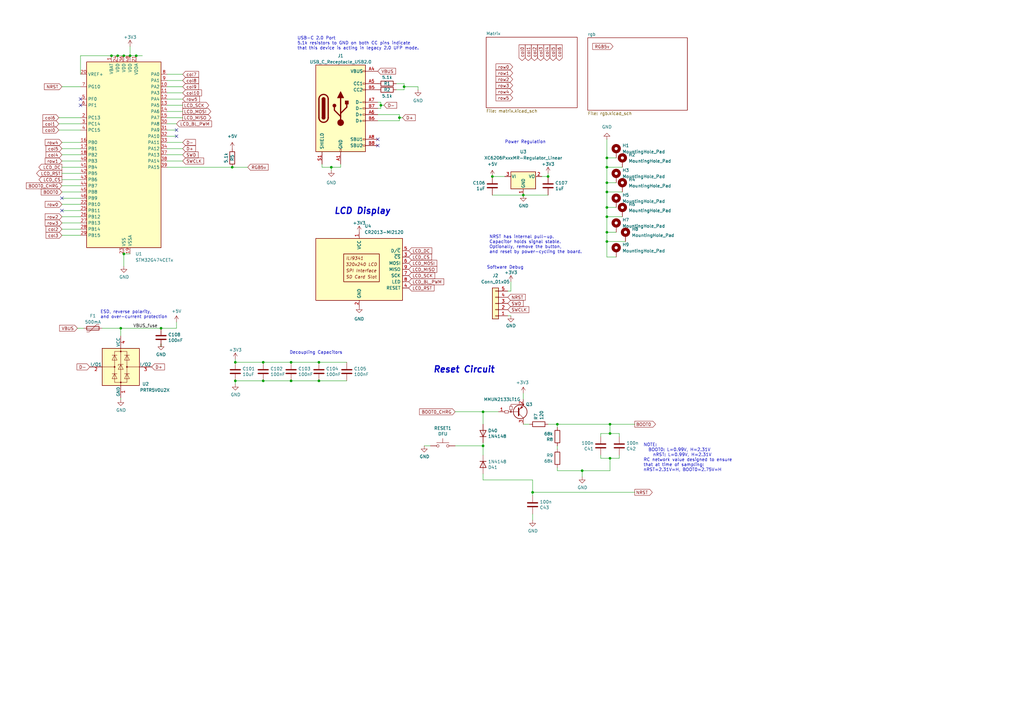
<source format=kicad_sch>
(kicad_sch (version 20231120) (generator "eeschema") (generator_version "8.0")
  (paper "A3")
  (lib_symbols
    (symbol "+5V_1" (power) (pin_names (offset 0))
      (property "Value" "+5V_1" (at 0 3.556 0))
      (symbol "+5V_1_0_1"
        (polyline (pts (xy -0.762 1.27) (xy 0 2.54)))
        (polyline (pts (xy 0 0) (xy 0 2.54)))
        (polyline (pts (xy 0 2.54) (xy 0.762 1.27)))
      )
      (symbol "+5V_1_1_1"
        (pin power_in line (at 0 0 90) (length 0) hide (name "+5V") (number "1"))
      )
    )
    (symbol "Connector:USB_C_Receptacle_USB2.0" (pin_names (offset 1.016))
      (property "Reference" "J" (at -10.16 19.05 0))
      (property "Value" "USB_C_Receptacle_USB2.0" (at 19.05 19.05 0))
      (symbol "USB_C_Receptacle_USB2.0_0_0"
        (rectangle (start -0.254 -17.78) (end 0.254 -16.764))
        (rectangle (start 10.16 -14.986) (end 9.144 -15.494))
        (rectangle (start 10.16 -12.446) (end 9.144 -12.954))
        (rectangle (start 10.16 -4.826) (end 9.144 -5.334))
        (rectangle (start 10.16 -2.286) (end 9.144 -2.794))
        (rectangle (start 10.16 0.254) (end 9.144 -0.254))
        (rectangle (start 10.16 2.794) (end 9.144 2.286))
        (rectangle (start 10.16 7.874) (end 9.144 7.366))
        (rectangle (start 10.16 10.414) (end 9.144 9.906))
        (rectangle (start 10.16 15.494) (end 9.144 14.986))
      )
      (symbol "USB_C_Receptacle_USB2.0_0_1"
        (rectangle (start -10.16 17.78) (end 10.16 -17.78) (stroke (width 0.254)) (fill (type background)))
        (arc (start -8.89 -3.81) (mid -6.985 -5.7067) (end -5.08 -3.81) (stroke (width 0.508)))
        (arc (start -7.62 -3.81) (mid -6.985 -4.4423) (end -6.35 -3.81) (stroke (width 0.254)))
        (arc (start -7.62 -3.81) (mid -6.985 -4.4423) (end -6.35 -3.81) (stroke (width 0.254)) (fill (type outline)))
        (rectangle (start -7.62 -3.81) (end -6.35 3.81) (stroke (width 0.254)) (fill (type outline)))
        (arc (start -6.35 3.81) (mid -6.985 4.4423) (end -7.62 3.81) (stroke (width 0.254)))
        (arc (start -6.35 3.81) (mid -6.985 4.4423) (end -7.62 3.81) (stroke (width 0.254)) (fill (type outline)))
        (arc (start -5.08 3.81) (mid -6.985 5.7067) (end -8.89 3.81) (stroke (width 0.508)))
        (circle (center -2.54 1.143) (radius 0.635) (stroke (width 0.254)) (fill (type outline)))
        (circle (center 0 -5.842) (radius 1.27) (fill (type outline)))
        (polyline (pts (xy -8.89 -3.81) (xy -8.89 3.81)) (stroke (width 0.508)))
        (polyline (pts (xy -5.08 3.81) (xy -5.08 -3.81)) (stroke (width 0.508)))
        (polyline (pts (xy 0 -5.842) (xy 0 4.318)) (stroke (width 0.508)))
        (polyline (pts (xy 0 -3.302) (xy -2.54 -0.762) (xy -2.54 0.508)) (stroke (width 0.508)))
        (polyline (pts (xy 0 -2.032) (xy 2.54 0.508) (xy 2.54 1.778)) (stroke (width 0.508)))
        (polyline (pts (xy -1.27 4.318) (xy 0 6.858) (xy 1.27 4.318) (xy -1.27 4.318)) (stroke (width 0.254)) (fill (type outline)))
        (rectangle (start 1.905 1.778) (end 3.175 3.048) (stroke (width 0.254)) (fill (type outline)))
      )
      (symbol "USB_C_Receptacle_USB2.0_1_1"
        (pin passive line (at 0 -22.86 90) (length 5.08) (name "GND") (number "A1"))
        (pin passive line (at 0 -22.86 90) (length 5.08) hide (name "GND") (number "A12"))
        (pin passive line (at 15.24 15.24 180) (length 5.08) (name "VBUS") (number "A4"))
        (pin bidirectional line (at 15.24 10.16 180) (length 5.08) (name "CC1") (number "A5"))
        (pin bidirectional line (at 15.24 -2.54 180) (length 5.08) (name "D+") (number "A6"))
        (pin bidirectional line (at 15.24 2.54 180) (length 5.08) (name "D-") (number "A7"))
        (pin bidirectional line (at 15.24 -12.7 180) (length 5.08) (name "SBU1") (number "A8"))
        (pin passive line (at 15.24 15.24 180) (length 5.08) hide (name "VBUS") (number "A9"))
        (pin passive line (at 0 -22.86 90) (length 5.08) hide (name "GND") (number "B1"))
        (pin passive line (at 0 -22.86 90) (length 5.08) hide (name "GND") (number "B12"))
        (pin passive line (at 15.24 15.24 180) (length 5.08) hide (name "VBUS") (number "B4"))
        (pin bidirectional line (at 15.24 7.62 180) (length 5.08) (name "CC2") (number "B5"))
        (pin bidirectional line (at 15.24 -5.08 180) (length 5.08) (name "D+") (number "B6"))
        (pin bidirectional line (at 15.24 0 180) (length 5.08) (name "D-") (number "B7"))
        (pin bidirectional line (at 15.24 -15.24 180) (length 5.08) (name "SBU2") (number "B8"))
        (pin passive line (at 15.24 15.24 180) (length 5.08) hide (name "VBUS") (number "B9"))
        (pin passive line (at -7.62 -22.86 90) (length 5.08) (name "SHIELD") (number "S1"))
      )
    )
    (symbol "Connector_Generic:Conn_01x05" (pin_names (offset 1.016) hide)
      (property "Reference" "J" (at 0 7.62 0))
      (property "Value" "Conn_01x05" (at 0 -7.62 0))
      (symbol "Conn_01x05_1_1"
        (rectangle (start -1.27 -4.953) (end 0 -5.207) (stroke (width 0.1524)))
        (rectangle (start -1.27 -2.413) (end 0 -2.667) (stroke (width 0.1524)))
        (rectangle (start -1.27 0.127) (end 0 -0.127) (stroke (width 0.1524)))
        (rectangle (start -1.27 2.667) (end 0 2.413) (stroke (width 0.1524)))
        (rectangle (start -1.27 5.207) (end 0 4.953) (stroke (width 0.1524)))
        (rectangle (start -1.27 6.35) (end 1.27 -6.35) (stroke (width 0.254)) (fill (type background)))
        (pin passive line (at -5.08 5.08 0) (length 3.81) (name "Pin_1") (number "1"))
        (pin passive line (at -5.08 2.54 0) (length 3.81) (name "Pin_2") (number "2"))
        (pin passive line (at -5.08 0 0) (length 3.81) (name "Pin_3") (number "3"))
        (pin passive line (at -5.08 -2.54 0) (length 3.81) (name "Pin_4") (number "4"))
        (pin passive line (at -5.08 -5.08 0) (length 3.81) (name "Pin_5") (number "5"))
      )
    )
    (symbol "Device:C" (pin_numbers hide) (pin_names (offset 0.254))
      (property "Reference" "C" (at 0.635 2.54 0))
      (property "Value" "C" (at 0.635 -2.54 0))
      (symbol "C_0_1"
        (polyline (pts (xy -2.032 -0.762) (xy 2.032 -0.762)) (stroke (width 0.508)))
        (polyline (pts (xy -2.032 0.762) (xy 2.032 0.762)) (stroke (width 0.508)))
      )
      (symbol "C_1_1"
        (pin passive line (at 0 3.81 270) (length 2.794) (name "~") (number "1"))
        (pin passive line (at 0 -3.81 90) (length 2.794) (name "~") (number "2"))
      )
    )
    (symbol "Device:D" (pin_numbers hide) (pin_names (offset 1.016) hide)
      (property "Reference" "D" (at 0 2.54 0))
      (property "Value" "D" (at 0 -2.54 0))
      (symbol "D_0_1"
        (polyline (pts (xy -1.27 1.27) (xy -1.27 -1.27)) (stroke (width 0.254)))
        (polyline (pts (xy 1.27 0) (xy -1.27 0)))
        (polyline (pts (xy 1.27 1.27) (xy 1.27 -1.27) (xy -1.27 0) (xy 1.27 1.27)) (stroke (width 0.254)))
      )
      (symbol "D_1_1"
        (pin passive line (at -3.81 0 0) (length 2.54) (name "K") (number "1"))
        (pin passive line (at 3.81 0 180) (length 2.54) (name "A") (number "2"))
      )
    )
    (symbol "Device:Polyfuse" (pin_numbers hide) (pin_names (offset 0))
      (property "Reference" "F" (at -2.54 0 90))
      (property "Value" "Polyfuse" (at 2.54 0 90))
      (symbol "Polyfuse_0_1"
        (rectangle (start -0.762 2.54) (end 0.762 -2.54) (stroke (width 0.254)))
        (polyline (pts (xy 0 2.54) (xy 0 -2.54)))
        (polyline (pts (xy -1.524 2.54) (xy -1.524 1.524) (xy 1.524 -1.524) (xy 1.524 -2.54)))
      )
      (symbol "Polyfuse_1_1"
        (pin passive line (at 0 3.81 270) (length 1.27) (name "~") (number "1"))
        (pin passive line (at 0 -3.81 90) (length 1.27) (name "~") (number "2"))
      )
    )
    (symbol "Device:Q_PNP_BEC_BRT" (pin_names hide)
      (property "Reference" "Q" (at 3.81 1.27 0))
      (property "Value" "Q_PNP_BEC_BRT" (at 3.81 -1.27 0))
      (symbol "Q_PNP_BEC_BRT_0_1"
        (rectangle (start -6.35 0.508) (end -4.826 -0.508))
        (rectangle (start -4.318 -2.286) (end -3.302 -0.762))
        (circle (center -3.81 0) (radius 0.254) (fill (type outline)))
        (polyline (pts (xy -3.81 -0.762) (xy -3.81 0)))
        (polyline (pts (xy -0.762 0) (xy -4.826 0)))
        (polyline (pts (xy -0.635 1.524) (xy -0.635 -1.524)) (stroke (width 0.508)))
        (polyline (pts (xy -3.81 -2.286) (xy -3.81 -3.048) (xy 1.27 -3.048)))
        (polyline (pts (xy 1.016 -1.778) (xy 0.508 -2.286) (xy 0 -1.27) (xy 1.016 -1.778) (xy 1.016 -1.778)) (fill (type outline)))
        (circle (center 1.27 -3.048) (radius 0.254) (fill (type outline)))
      )
      (symbol "Q_PNP_BEC_BRT_1_1"
        (polyline (pts (xy -0.635 0.635) (xy 1.27 2.54)))
        (polyline (pts (xy -0.635 -0.635) (xy 1.27 -2.54) (xy 1.27 -2.54)))
        (circle (center 0 0) (radius 2.8194) (stroke (width 0.254)))
        (pin input line (at -8.89 0 0) (length 2.54) (name "B") (number "1"))
        (pin passive line (at 1.27 -5.08 90) (length 2.54) (name "E") (number "2"))
        (pin passive line (at 1.27 5.08 270) (length 2.54) (name "C") (number "3"))
      )
    )
    (symbol "Device:R" (pin_numbers hide) (pin_names (offset 0))
      (property "Reference" "R" (at 2.032 0 90))
      (property "Value" "R" (at 0 0 90))
      (symbol "R_0_1"
        (rectangle (start -1.016 -2.54) (end 1.016 2.54) (stroke (width 0.254)))
      )
      (symbol "R_1_1"
        (pin passive line (at 0 3.81 270) (length 1.27) (name "~") (number "1"))
        (pin passive line (at 0 -3.81 90) (length 1.27) (name "~") (number "2"))
      )
    )
    (symbol "Djinn-rescue:+3V3-power" (power) (pin_names (offset 0))
      (property "Value" "power_+3V3" (at 0 3.556 0))
      (symbol "+3V3-power_0_1"
        (polyline (pts (xy -0.762 1.27) (xy 0 2.54)))
        (polyline (pts (xy 0 0) (xy 0 2.54)))
        (polyline (pts (xy 0 2.54) (xy 0.762 1.27)))
      )
      (symbol "+3V3-power_1_1"
        (pin power_in line (at 0 0 90) (length 0) hide (name "+3V3") (number "1"))
      )
    )
    (symbol "Djinn-rescue:GND-power" (power) (pin_names (offset 0))
      (property "Value" "power_GND" (at 0 -3.81 0))
      (symbol "GND-power_0_1"
        (polyline (pts (xy 0 0) (xy 0 -1.27) (xy 1.27 -1.27) (xy 0 -2.54) (xy -1.27 -1.27) (xy 0 -1.27)))
      )
      (symbol "GND-power_1_1"
        (pin power_in line (at 0 0 270) (length 0) hide (name "GND") (number "1"))
      )
    )
    (symbol "Driver_Display:CR2013-MI2120" (pin_names (offset 0.762))
      (property "Reference" "U4" (at 2.1941 17.78 0))
      (property "Value" "CR2013-MI2120" (at 2.1941 15.24 0))
      (symbol "CR2013-MI2120_0_0"
        (text "320x240 LCD" (at 0.889 2.032 0) (effects (font (size 1.27 1.27) (italic yes))))
        (text "ILI9341" (at -5.461 4.572 0) (effects (font (size 1.27 1.27) (italic yes)) (justify left)))
        (text "SD Card Slot" (at -5.461 -3.048 0) (effects (font (size 1.27 1.27) (italic yes)) (justify left)))
        (text "SPI Interface" (at -5.461 -0.508 0) (effects (font (size 1.27 1.27) (italic yes)) (justify left)))
      )
      (symbol "CR2013-MI2120_0_1"
        (rectangle (start -17.78 12.7) (end 17.78 -12.7) (stroke (width 0.254)) (fill (type background)))
        (rectangle (start -6.35 6.35) (end 8.255 -5.08) (stroke (width 0.254)))
      )
      (symbol "CR2013-MI2120_1_1"
        (pin power_in line (at 0 15.24 270) (length 2.54) (name "VCC") (number "1"))
        (pin power_in line (at 0 -15.24 90) (length 2.54) (name "GND") (number "2"))
        (pin input line (at 20.32 5.08 180) (length 2.54) (name "~{CS}") (number "3"))
        (pin input line (at 20.32 -7.62 180) (length 2.54) (name "RESET") (number "4"))
        (pin input line (at 20.32 7.62 180) (length 2.54) (name "D/~{C}") (number "5"))
        (pin input line (at 20.32 2.54 180) (length 2.54) (name "MOSI") (number "6"))
        (pin input line (at 20.32 -2.54 180) (length 2.54) (name "SCK") (number "7"))
        (pin input line (at 20.32 -5.08 180) (length 2.54) (name "LED") (number "8"))
        (pin output line (at 20.32 0 180) (length 2.54) (name "MISO") (number "9"))
      )
    )
    (symbol "GND_1" (power) (pin_numbers hide) (pin_names (offset 0) hide)
      (property "Value" "GND" (at 0 -3.81 0))
      (symbol "GND_1_0_1"
        (polyline (pts (xy 0 0) (xy 0 -1.27) (xy 1.27 -1.27) (xy 0 -2.54) (xy -1.27 -1.27) (xy 0 -1.27)))
      )
      (symbol "GND_1_1_1"
        (pin power_in line (at 0 0 270) (length 0) (name "~") (number "1"))
      )
    )
    (symbol "MCU_ST_STM32G4:STM32G474CETx"
      (property "Reference" "U" (at -15.24 39.37 0))
      (property "Value" "STM32G474CETx" (at 7.62 39.37 0))
      (symbol "STM32G474CETx_0_1"
        (rectangle (start -15.24 -38.1) (end 15.24 38.1) (stroke (width 0.254)) (fill (type background)))
      )
      (symbol "STM32G474CETx_1_1"
        (pin power_in line (at -5.08 40.64 270) (length 2.54) (name "VBAT") (number "1"))
        (pin bidirectional line (at 17.78 27.94 180) (length 2.54) (name "PA2") (number "10"))
        (pin bidirectional line (at 17.78 25.4 180) (length 2.54) (name "PA3") (number "11"))
        (pin bidirectional line (at 17.78 22.86 180) (length 2.54) (name "PA4") (number "12"))
        (pin bidirectional line (at 17.78 20.32 180) (length 2.54) (name "PA5") (number "13"))
        (pin bidirectional line (at 17.78 17.78 180) (length 2.54) (name "PA6") (number "14"))
        (pin bidirectional line (at 17.78 15.24 180) (length 2.54) (name "PA7") (number "15"))
        (pin bidirectional line (at -17.78 5.08 0) (length 2.54) (name "PB0") (number "16"))
        (pin bidirectional line (at -17.78 2.54 0) (length 2.54) (name "PB1") (number "17"))
        (pin bidirectional line (at -17.78 0 0) (length 2.54) (name "PB2") (number "18"))
        (pin power_in line (at 2.54 -40.64 90) (length 2.54) (name "VSSA") (number "19"))
        (pin bidirectional line (at -17.78 15.24 0) (length 2.54) (name "PC13") (number "2"))
        (pin input line (at -17.78 33.02 0) (length 2.54) (name "VREF+") (number "20"))
        (pin power_in line (at 5.08 40.64 270) (length 2.54) (name "VDDA") (number "21"))
        (pin bidirectional line (at -17.78 -20.32 0) (length 2.54) (name "PB10") (number "22"))
        (pin power_in line (at 0 -40.64 90) (length 2.54) (name "VSS") (number "23"))
        (pin power_in line (at -2.54 40.64 270) (length 2.54) (name "VDD") (number "24"))
        (pin bidirectional line (at -17.78 -22.86 0) (length 2.54) (name "PB11") (number "25"))
        (pin bidirectional line (at -17.78 -25.4 0) (length 2.54) (name "PB12") (number "26"))
        (pin bidirectional line (at -17.78 -27.94 0) (length 2.54) (name "PB13") (number "27"))
        (pin bidirectional line (at -17.78 -30.48 0) (length 2.54) (name "PB14") (number "28"))
        (pin bidirectional line (at -17.78 -33.02 0) (length 2.54) (name "PB15") (number "29"))
        (pin bidirectional line (at -17.78 12.7 0) (length 2.54) (name "PC14") (number "3"))
        (pin bidirectional line (at 17.78 12.7 180) (length 2.54) (name "PA8") (number "30"))
        (pin bidirectional line (at 17.78 10.16 180) (length 2.54) (name "PA9") (number "31"))
        (pin bidirectional line (at 17.78 7.62 180) (length 2.54) (name "PA10") (number "32"))
        (pin bidirectional line (at 17.78 5.08 180) (length 2.54) (name "PA11") (number "33"))
        (pin bidirectional line (at 17.78 2.54 180) (length 2.54) (name "PA12") (number "34"))
        (pin passive line (at 0 -40.64 90) (length 2.54) hide (name "VSS") (number "35"))
        (pin power_in line (at 0 40.64 270) (length 2.54) (name "VDD") (number "36"))
        (pin bidirectional line (at 17.78 0 180) (length 2.54) (name "PA13") (number "37"))
        (pin bidirectional line (at 17.78 -2.54 180) (length 2.54) (name "PA14") (number "38"))
        (pin bidirectional line (at 17.78 -5.08 180) (length 2.54) (name "PA15") (number "39"))
        (pin bidirectional line (at -17.78 10.16 0) (length 2.54) (name "PC15") (number "4"))
        (pin bidirectional line (at -17.78 -2.54 0) (length 2.54) (name "PB3") (number "40"))
        (pin bidirectional line (at -17.78 -5.08 0) (length 2.54) (name "PB4") (number "41"))
        (pin bidirectional line (at -17.78 -7.62 0) (length 2.54) (name "PB5") (number "42"))
        (pin bidirectional line (at -17.78 -10.16 0) (length 2.54) (name "PB6") (number "43"))
        (pin bidirectional line (at -17.78 -12.7 0) (length 2.54) (name "PB7") (number "44"))
        (pin bidirectional line (at -17.78 -15.24 0) (length 2.54) (name "PB8") (number "45"))
        (pin bidirectional line (at -17.78 -17.78 0) (length 2.54) (name "PB9") (number "46"))
        (pin passive line (at 0 -40.64 90) (length 2.54) hide (name "VSS") (number "47"))
        (pin power_in line (at 2.54 40.64 270) (length 2.54) (name "VDD") (number "48"))
        (pin bidirectional line (at -17.78 22.86 0) (length 2.54) (name "PF0") (number "5"))
        (pin bidirectional line (at -17.78 20.32 0) (length 2.54) (name "PF1") (number "6"))
        (pin bidirectional line (at -17.78 27.94 0) (length 2.54) (name "PG10") (number "7"))
        (pin bidirectional line (at 17.78 33.02 180) (length 2.54) (name "PA0") (number "8"))
        (pin bidirectional line (at 17.78 30.48 180) (length 2.54) (name "PA1") (number "9"))
      )
    )
    (symbol "Mechanical:MountingHole_Pad" (pin_numbers hide) (pin_names (offset 1.016) hide) (exclude_from_sim yes) (in_bom no)
      (property "Reference" "H" (at 0 6.35 0))
      (property "Value" "MountingHole_Pad" (at 0 4.445 0))
      (symbol "MountingHole_Pad_0_1"
        (circle (center 0 1.27) (radius 1.27) (stroke (width 1.27)))
      )
      (symbol "MountingHole_Pad_1_1"
        (pin input line (at 0 -2.54 90) (length 2.54) (name "1") (number "1"))
      )
    )
    (symbol "Power_Protection:PRTR5V0U2X" (pin_names (offset 0))
      (property "Reference" "D" (at 2.794 8.636 0))
      (property "Value" "PRTR5V0U2X" (at 8.128 -9.398 0))
      (symbol "PRTR5V0U2X_0_1"
        (rectangle (start -7.62 -7.62) (end 7.62 7.62) (stroke (width 0.254)) (fill (type background)))
        (circle (center -2.54 0) (radius 0.254) (fill (type outline)))
        (rectangle (start -2.54 6.35) (end 2.54 -6.35))
        (circle (center 0 -6.35) (radius 0.254) (fill (type outline)))
        (polyline (pts (xy -2.54 0) (xy -7.62 0)))
        (polyline (pts (xy -1.524 -2.794) (xy -3.556 -2.794)))
        (polyline (pts (xy -1.524 4.826) (xy -3.556 4.826)))
        (polyline (pts (xy 0 -7.62) (xy 0 7.62)))
        (polyline (pts (xy 1.524 -2.794) (xy 3.556 -2.794)))
        (polyline (pts (xy 1.524 4.826) (xy 3.556 4.826)))
        (polyline (pts (xy 2.54 0) (xy 7.62 0)))
        (polyline (pts (xy 1.016 1.016) (xy -1.016 1.016) (xy -1.016 0.508)))
        (polyline (pts (xy -3.556 -4.826) (xy -1.524 -4.826) (xy -2.54 -2.794) (xy -3.556 -4.826)))
        (polyline (pts (xy -3.556 2.794) (xy -1.524 2.794) (xy -2.54 4.826) (xy -3.556 2.794)))
        (polyline (pts (xy -1.016 -1.016) (xy 1.016 -1.016) (xy 0 1.016) (xy -1.016 -1.016)))
        (polyline (pts (xy 3.556 -4.826) (xy 1.524 -4.826) (xy 2.54 -2.794) (xy 3.556 -4.826)))
        (polyline (pts (xy 3.556 2.794) (xy 1.524 2.794) (xy 2.54 4.826) (xy 3.556 2.794)))
        (circle (center 0 6.35) (radius 0.254) (fill (type outline)))
        (circle (center 2.54 0) (radius 0.254) (fill (type outline)))
      )
      (symbol "PRTR5V0U2X_1_1"
        (pin passive line (at 0 -12.7 90) (length 5.08) (name "GND") (number "1"))
        (pin passive line (at -12.7 0 0) (length 5.08) (name "I/O1") (number "2"))
        (pin passive line (at 12.7 0 180) (length 5.08) (name "I/O2") (number "3"))
        (pin passive line (at 0 12.7 270) (length 5.08) (name "VCC") (number "4"))
      )
    )
    (symbol "Switch:SW_Push" (pin_numbers hide) (pin_names (offset 1.016) hide)
      (property "Reference" "SW" (at 1.27 2.54 0))
      (property "Value" "SW_Push" (at 0 -1.524 0))
      (symbol "SW_Push_0_1"
        (circle (center -2.032 0) (radius 0.508))
        (polyline (pts (xy 0 1.27) (xy 0 3.048)))
        (polyline (pts (xy 2.54 1.27) (xy -2.54 1.27)))
        (circle (center 2.032 0) (radius 0.508))
        (pin passive line (at -5.08 0 0) (length 2.54) (name "1") (number "1"))
        (pin passive line (at 5.08 0 180) (length 2.54) (name "2") (number "2"))
      )
    )
    (symbol "kicad-keyboard-parts:XC6206PxxxMR-Regulator_Linear" (pin_names (offset 0.254))
      (property "Reference" "U" (at -3.81 3.175 0))
      (property "Value" "XC6206PxxxMR-Regulator_Linear" (at 0 3.175 0))
      (property "LCSC" "C5446" (at 0 0 0))
      (symbol "XC6206PxxxMR-Regulator_Linear_0_1"
        (rectangle (start -5.08 1.905) (end 5.08 -5.08) (stroke (width 0.254)) (fill (type background)))
      )
      (symbol "XC6206PxxxMR-Regulator_Linear_1_1"
        (pin power_in line (at 0 -7.62 90) (length 2.54) (name "GND") (number "1"))
        (pin power_out line (at 7.62 0 180) (length 2.54) (name "VO") (number "2"))
        (pin power_in line (at -7.62 0 0) (length 2.54) (name "VI") (number "3"))
      )
    )
    (symbol "power:+3V3" (power) (pin_names (offset 0))
      (property "Value" "+3V3" (at 0 3.556 0))
      (symbol "+3V3_0_1"
        (polyline (pts (xy -0.762 1.27) (xy 0 2.54)))
        (polyline (pts (xy 0 0) (xy 0 2.54)))
        (polyline (pts (xy 0 2.54) (xy 0.762 1.27)))
      )
      (symbol "+3V3_1_1"
        (pin power_in line (at 0 0 90) (length 0) hide (name "+3V3") (number "1"))
      )
    )
    (symbol "power:+5V" (power) (pin_names (offset 0))
      (property "Value" "+5V" (at 0 3.556 0))
      (symbol "+5V_0_1"
        (polyline (pts (xy -0.762 1.27) (xy 0 2.54)))
        (polyline (pts (xy 0 0) (xy 0 2.54)))
        (polyline (pts (xy 0 2.54) (xy 0.762 1.27)))
      )
      (symbol "+5V_1_1"
        (pin power_in line (at 0 0 90) (length 0) hide (name "+5V") (number "1"))
      )
    )
    (symbol "power:GND" (power) (pin_names (offset 0))
      (property "Value" "GND" (at 0 -3.81 0))
      (symbol "GND_0_1"
        (polyline (pts (xy 0 0) (xy 0 -1.27) (xy 1.27 -1.27) (xy 0 -2.54) (xy -1.27 -1.27) (xy 0 -1.27)))
      )
      (symbol "GND_1_1"
        (pin power_in line (at 0 0 270) (length 0) hide (name "GND") (number "1"))
      )
    )
  )
  (junction (at 96.52 148.59))
  (junction (at 248.92 74.93))
  (junction (at 238.76 193.04))
  (junction (at 53.34 22.86))
  (junction (at 165.735 35.56))
  (junction (at 50.8 22.86))
  (junction (at 218.44 201.93))
  (junction (at 48.26 22.86))
  (junction (at 163.83 48.26))
  (junction (at 156.21 43.18))
  (junction (at 45.72 22.86))
  (junction (at 248.92 95.25))
  (junction (at 130.81 148.59))
  (junction (at 49.53 134.62))
  (junction (at 96.52 156.21))
  (junction (at 107.95 148.59))
  (junction (at 248.92 78.74))
  (junction (at 198.12 168.91))
  (junction (at 248.92 64.77))
  (junction (at 250.19 187.96))
  (junction (at 107.95 156.21))
  (junction (at 248.92 88.9))
  (junction (at 198.12 182.88))
  (junction (at 248.92 85.09))
  (junction (at 119.38 148.59))
  (junction (at 250.19 177.8))
  (junction (at 214.63 80.01) (diameter 0.9144))
  (junction (at 50.8 104.14))
  (junction (at 119.38 156.21))
  (junction (at 66.04 134.62))
  (junction (at 130.81 156.21))
  (junction (at 95.25 68.58))
  (junction (at 224.79 72.39))
  (junction (at 248.92 99.06))
  (junction (at 228.6 173.99))
  (junction (at 135.89 68.58))
  (junction (at 250.19 173.99))
  (junction (at 55.88 22.86))
  (junction (at 248.92 68.58))
  (junction (at 201.93 72.39))
  (no_connect (at 154.94 57.15))
  (no_connect (at 154.94 59.69))
  (no_connect (at 72.39 53.34))
  (no_connect (at 25.4 81.28))
  (no_connect (at 33.02 40.64))
  (no_connect (at 25.4 86.36))
  (no_connect (at 72.39 55.88))
  (no_connect (at 33.02 43.18))
  (wire (pts (xy 25.4 86.36) (xy 33.02 86.36)))
  (wire (pts (xy 248.92 88.9) (xy 248.92 85.09)))
  (wire (pts (xy 246.38 179.07) (xy 246.38 177.8)))
  (wire (pts (xy 198.12 181.61) (xy 198.12 182.88)))
  (wire (pts (xy 68.58 35.56) (xy 74.93 35.56)))
  (wire (pts (xy 66.04 134.62) (xy 72.39 134.62)))
  (wire (pts (xy 248.92 95.25) (xy 248.92 88.9)))
  (wire (pts (xy 50.8 104.14) (xy 53.34 104.14)))
  (wire (pts (xy 96.52 147.32) (xy 96.52 148.59)))
  (wire (pts (xy 25.4 66.04) (xy 33.02 66.04)))
  (wire (pts (xy 248.92 57.15) (xy 248.92 64.77)))
  (wire (pts (xy 25.4 68.58) (xy 33.02 68.58)))
  (wire (pts (xy 72.39 132.08) (xy 72.39 134.62)))
  (wire (pts (xy 119.38 148.59) (xy 107.95 148.59)))
  (wire (pts (xy 156.21 41.91) (xy 156.21 43.18)))
  (wire (pts (xy 171.45 35.56) (xy 171.45 36.83)))
  (wire (pts (xy 238.76 193.04) (xy 250.19 193.04)))
  (wire (pts (xy 33.02 22.86) (xy 45.72 22.86)))
  (wire (pts (xy 248.92 74.93) (xy 248.92 68.58)))
  (wire (pts (xy 48.26 22.86) (xy 50.8 22.86)))
  (wire (pts (xy 248.92 78.74) (xy 248.92 74.93)))
  (wire (pts (xy 25.4 58.42) (xy 33.02 58.42)))
  (wire (pts (xy 163.83 49.53) (xy 163.83 48.26)))
  (wire (pts (xy 154.94 46.99) (xy 163.83 46.99)))
  (wire (pts (xy 198.12 196.85) (xy 218.44 196.85)))
  (wire (pts (xy 50.8 109.22) (xy 50.8 104.14)))
  (wire (pts (xy 49.53 163.83) (xy 49.53 163.195)))
  (wire (pts (xy 107.95 148.59) (xy 96.52 148.59)))
  (wire (pts (xy 24.13 50.8) (xy 33.02 50.8)))
  (wire (pts (xy 119.38 156.21) (xy 130.81 156.21)))
  (wire (pts (xy 209.55 115.57) (xy 209.55 119.38)))
  (wire (pts (xy 45.72 22.86) (xy 48.26 22.86)))
  (wire (pts (xy 246.38 187.96) (xy 246.38 186.69)))
  (wire (pts (xy 96.52 157.48) (xy 96.52 156.21)))
  (wire (pts (xy 95.25 68.58) (xy 101.6 68.58)))
  (wire (pts (xy 53.34 22.86) (xy 55.88 22.86)))
  (wire (pts (xy 165.735 36.83) (xy 165.735 35.56)))
  (wire (pts (xy 248.92 99.06) (xy 248.92 105.41)))
  (wire (pts (xy 248.92 105.41) (xy 252.73 105.41)))
  (wire (pts (xy 24.13 53.34) (xy 33.02 53.34)))
  (wire (pts (xy 50.8 22.86) (xy 53.34 22.86)))
  (wire (pts (xy 246.38 187.96) (xy 250.19 187.96)))
  (wire (pts (xy 25.4 88.9) (xy 33.02 88.9)))
  (wire (pts (xy 228.6 193.04) (xy 238.76 193.04)))
  (wire (pts (xy 25.4 71.12) (xy 33.02 71.12)))
  (wire (pts (xy 68.58 50.8) (xy 72.39 50.8)))
  (wire (pts (xy 68.58 58.42) (xy 74.93 58.42)))
  (wire (pts (xy 218.44 201.93) (xy 260.35 201.93)))
  (wire (pts (xy 68.58 45.72) (xy 74.93 45.72)))
  (wire (pts (xy 214.63 80.01) (xy 224.79 80.01)))
  (wire (pts (xy 238.76 195.58) (xy 238.76 193.04)))
  (wire (pts (xy 25.4 76.2) (xy 33.02 76.2)))
  (wire (pts (xy 248.92 78.74) (xy 255.27 78.74)))
  (wire (pts (xy 186.69 168.91) (xy 198.12 168.91)))
  (wire (pts (xy 165.735 35.56) (xy 171.45 35.56)))
  (wire (pts (xy 224.79 71.12) (xy 224.79 72.39)))
  (wire (pts (xy 68.58 60.96) (xy 74.93 60.96)))
  (wire (pts (xy 250.19 177.8) (xy 254 177.8)))
  (wire (pts (xy 130.81 148.59) (xy 142.24 148.59)))
  (wire (pts (xy 248.92 95.25) (xy 248.92 99.06)))
  (wire (pts (xy 68.58 33.02) (xy 74.93 33.02)))
  (wire (pts (xy 209.55 119.38) (xy 208.28 119.38)))
  (wire (pts (xy 198.12 182.88) (xy 198.12 186.69)))
  (wire (pts (xy 25.4 91.44) (xy 33.02 91.44)))
  (wire (pts (xy 154.94 49.53) (xy 163.83 49.53)))
  (wire (pts (xy 25.4 35.56) (xy 33.02 35.56)))
  (wire (pts (xy 254 187.96) (xy 254 186.69)))
  (wire (pts (xy 217.17 173.99) (xy 214.63 173.99)))
  (wire (pts (xy 250.19 177.8) (xy 250.19 173.99)))
  (wire (pts (xy 250.19 173.99) (xy 260.35 173.99)))
  (wire (pts (xy 228.6 182.88) (xy 228.6 184.15)))
  (wire (pts (xy 156.21 43.18) (xy 156.21 44.45)))
  (wire (pts (xy 198.12 194.31) (xy 198.12 196.85)))
  (wire (pts (xy 68.58 40.64) (xy 74.93 40.64)))
  (wire (pts (xy 53.34 19.05) (xy 53.34 22.86)))
  (wire (pts (xy 256.54 99.06) (xy 248.92 99.06)))
  (wire (pts (xy 224.79 173.99) (xy 228.6 173.99)))
  (wire (pts (xy 201.93 72.39) (xy 207.01 72.39)))
  (wire (pts (xy 68.58 66.04) (xy 74.93 66.04)))
  (wire (pts (xy 222.25 72.39) (xy 224.79 72.39)))
  (wire (pts (xy 31.75 134.62) (xy 34.29 134.62)))
  (wire (pts (xy 119.38 156.21) (xy 107.95 156.21)))
  (wire (pts (xy 55.88 22.86) (xy 58.42 22.86)))
  (wire (pts (xy 154.94 44.45) (xy 156.21 44.45)))
  (wire (pts (xy 246.38 177.8) (xy 250.19 177.8)))
  (wire (pts (xy 107.95 156.21) (xy 96.52 156.21)))
  (wire (pts (xy 25.4 83.82) (xy 33.02 83.82)))
  (wire (pts (xy 139.7 68.58) (xy 139.7 67.31)))
  (wire (pts (xy 163.83 46.99) (xy 163.83 48.26)))
  (wire (pts (xy 208.28 129.54) (xy 209.55 129.54)))
  (wire (pts (xy 248.92 88.9) (xy 255.27 88.9)))
  (wire (pts (xy 132.08 68.58) (xy 135.89 68.58)))
  (wire (pts (xy 49.53 134.62) (xy 66.04 134.62)))
  (wire (pts (xy 218.44 196.85) (xy 218.44 201.93)))
  (wire (pts (xy 198.12 173.99) (xy 198.12 168.91)))
  (wire (pts (xy 254 177.8) (xy 254 179.07)))
  (wire (pts (xy 228.6 191.77) (xy 228.6 193.04)))
  (wire (pts (xy 248.92 64.77) (xy 252.73 64.77)))
  (wire (pts (xy 119.38 148.59) (xy 130.81 148.59)))
  (wire (pts (xy 156.21 43.18) (xy 157.48 43.18)))
  (wire (pts (xy 25.4 78.74) (xy 33.02 78.74)))
  (wire (pts (xy 163.83 48.26) (xy 165.1 48.26)))
  (wire (pts (xy 24.13 48.26) (xy 33.02 48.26)))
  (wire (pts (xy 218.44 201.93) (xy 218.44 203.2)))
  (wire (pts (xy 214.63 80.01) (xy 201.93 80.01)))
  (wire (pts (xy 72.39 55.88) (xy 68.58 55.88)))
  (wire (pts (xy 154.94 41.91) (xy 156.21 41.91)))
  (wire (pts (xy 214.63 161.29) (xy 214.63 163.83)))
  (wire (pts (xy 66.04 140.97) (xy 66.04 142.24)))
  (wire (pts (xy 135.89 68.58) (xy 139.7 68.58)))
  (wire (pts (xy 250.19 187.96) (xy 254 187.96)))
  (wire (pts (xy 72.39 53.34) (xy 68.58 53.34)))
  (wire (pts (xy 248.92 68.58) (xy 255.27 68.58)))
  (wire (pts (xy 68.58 48.26) (xy 74.93 48.26)))
  (wire (pts (xy 33.02 30.48) (xy 33.02 22.86)))
  (wire (pts (xy 186.69 182.88) (xy 198.12 182.88)))
  (wire (pts (xy 68.58 43.18) (xy 74.93 43.18)))
  (wire (pts (xy 25.4 93.98) (xy 33.02 93.98)))
  (wire (pts (xy 135.89 69.85) (xy 135.89 68.58)))
  (wire (pts (xy 68.58 38.1) (xy 74.93 38.1)))
  (wire (pts (xy 228.6 173.99) (xy 250.19 173.99)))
  (wire (pts (xy 162.56 36.83) (xy 165.735 36.83)))
  (wire (pts (xy 25.4 81.28) (xy 33.02 81.28)))
  (wire (pts (xy 252.73 95.25) (xy 248.92 95.25)))
  (wire (pts (xy 130.81 156.21) (xy 142.24 156.21)))
  (wire (pts (xy 228.6 175.26) (xy 228.6 173.99)))
  (wire (pts (xy 132.08 67.31) (xy 132.08 68.58)))
  (wire (pts (xy 218.44 210.82) (xy 218.44 213.36)))
  (wire (pts (xy 176.53 182.88) (xy 173.99 182.88)))
  (wire (pts (xy 248.92 74.93) (xy 252.73 74.93)))
  (wire (pts (xy 162.56 34.29) (xy 165.735 34.29)))
  (wire (pts (xy 68.58 30.48) (xy 74.93 30.48)))
  (wire (pts (xy 248.92 85.09) (xy 248.92 78.74)))
  (wire (pts (xy 248.92 68.58) (xy 248.92 64.77)))
  (wire (pts (xy 25.4 60.96) (xy 33.02 60.96)))
  (wire (pts (xy 250.19 187.96) (xy 250.19 193.04)))
  (wire (pts (xy 49.53 134.62) (xy 49.53 137.795)))
  (wire (pts (xy 41.91 134.62) (xy 49.53 134.62)))
  (wire (pts (xy 25.4 73.66) (xy 33.02 73.66)))
  (wire (pts (xy 25.4 96.52) (xy 33.02 96.52)))
  (wire (pts (xy 165.735 35.56) (xy 165.735 34.29)))
  (wire (pts (xy 68.58 68.58) (xy 95.25 68.58)))
  (wire (pts (xy 68.58 63.5) (xy 74.93 63.5)))
  (wire (pts (xy 198.12 168.91) (xy 204.47 168.91)))
  (wire (pts (xy 248.92 85.09) (xy 252.73 85.09)))
  (wire (pts (xy 25.4 63.5) (xy 33.02 63.5)))
  (text "Decoupling Capacitors" (at 118.745 145.415 0) (effects (font (size 1.27 1.27)) (justify left bottom)))
  (text "NOTE:\n  BOOT0: L=0.99V, H=2.31V\n    nRST: L=0.99V, H=2.31V\nRC network value designed to ensure\nthat at time of sampling:\nnRST=2.31V=H, BOOT0=2.75V=H" (at 263.906 193.548 0) (effects (font (size 1.27 1.27)) (justify left bottom)))
  (text "Power Regulation" (at 207.01 59.055 0) (effects (font (size 1.27 1.27)) (justify left bottom)))
  (text "Reset Circuit" (at 177.546 153.162 0) (effects (font (size 2.54 2.54) (thickness 0.508) (bold yes) (italic yes)) (justify left bottom)))
  (text "USB-C 2.0 Port\n5.1k resistors to GND on both CC pins indicate\nthat this device is acting in legacy 2.0 UFP mode." (at 121.92 20.574 0) (effects (font (size 1.27 1.27)) (justify left bottom)))
  (text "ESD, reverse polarity,\nand over-current protection" (at 41.148 130.81 0) (effects (font (size 1.27 1.27)) (justify left bottom)))
  (text "Software Debug" (at 199.644 110.49 0) (effects (font (size 1.27 1.27)) (justify left bottom)))
  (text "NRST has internal pull-up.\nCapacitor holds signal stable.\nOptionally, remove the button,\nand reset by power-cycling the board." (at 200.66 104.14 0) (effects (font (size 1.27 1.27)) (justify left bottom)))
  (text "LCD Display" (at 136.906 88.138 0) (effects (font (size 2.54 2.54) (thickness 0.508) (bold yes) (italic yes)) (justify left bottom)))
  (label "VBUS_fuse" (at 54.61 134.62 0))
  (global_label "col8" (shape input) (at 74.93 33.02 0) (property "Intersheetrefs" "${INTERSHEET_REFS}" (effects (hide yes))))
  (global_label "BOOT0" (shape output) (at 260.35 173.99 0) (property "Intersheetrefs" "${INTERSHEET_REFS}" (effects (hide yes))))
  (global_label "LCD_MISO" (shape input) (at 167.64 110.49 0) (property "Intersheetrefs" "${INTERSHEET_REFS}" (effects (hide yes))))
  (global_label "SWCLK" (shape input) (at 74.93 66.04 0) (property "Intersheetrefs" "${INTERSHEET_REFS}" (effects (hide yes))))
  (global_label "LCD_RST" (shape output) (at 25.4 71.12 180) (property "Intersheetrefs" "${INTERSHEET_REFS}" (effects (hide yes))))
  (global_label "row1" (shape input) (at 210.312 29.972 180) (property "Intersheetrefs" "${INTERSHEET_REFS}" (effects (hide yes))))
  (global_label "LCD_BL_PWM" (shape input) (at 167.64 115.57 0) (property "Intersheetrefs" "${INTERSHEET_REFS}" (effects (hide yes))))
  (global_label "col0" (shape input) (at 24.13 53.34 180) (property "Intersheetrefs" "${INTERSHEET_REFS}" (effects (hide yes))))
  (global_label "BOOT0_CHRG" (shape input) (at 25.4 76.2 180) (property "Intersheetrefs" "${INTERSHEET_REFS}" (effects (hide yes))))
  (global_label "row2" (shape input) (at 210.312 32.512 180) (property "Intersheetrefs" "${INTERSHEET_REFS}" (effects (hide yes))))
  (global_label "col6" (shape input) (at 24.13 48.26 180) (property "Intersheetrefs" "${INTERSHEET_REFS}" (effects (hide yes))))
  (global_label "SWCLK" (shape input) (at 208.28 127 0) (property "Intersheetrefs" "${INTERSHEET_REFS}" (effects (hide yes))))
  (global_label "RGB5v" (shape input) (at 101.6 68.58 0) (property "Intersheetrefs" "${INTERSHEET_REFS}" (effects (hide yes))))
  (global_label "col4" (shape input) (at 25.4 63.5 180) (property "Intersheetrefs" "${INTERSHEET_REFS}" (effects (hide yes))))
  (global_label "row3" (shape input) (at 25.4 91.44 180) (property "Intersheetrefs" "${INTERSHEET_REFS}" (effects (hide yes))))
  (global_label "LCD_MOSI" (shape output) (at 74.93 45.72 0) (property "Intersheetrefs" "${INTERSHEET_REFS}" (effects (hide yes))))
  (global_label "col2" (shape input) (at 25.4 93.98 180) (property "Intersheetrefs" "${INTERSHEET_REFS}" (effects (hide yes))))
  (global_label "VBUS" (shape input) (at 154.94 29.21 0) (property "Intersheetrefs" "${INTERSHEET_REFS}" (effects (hide yes))))
  (global_label "LCD_CS" (shape input) (at 167.64 105.41 0) (property "Intersheetrefs" "${INTERSHEET_REFS}" (effects (hide yes))))
  (global_label "col6" (shape input) (at 229.362 24.892 90) (property "Intersheetrefs" "${INTERSHEET_REFS}" (effects (hide yes))))
  (global_label "row0" (shape input) (at 25.4 83.82 180) (property "Intersheetrefs" "${INTERSHEET_REFS}" (effects (hide yes))))
  (global_label "LCD_BL_PWM" (shape input) (at 72.39 50.8 0) (property "Intersheetrefs" "${INTERSHEET_REFS}" (effects (hide yes))))
  (global_label "row1" (shape input) (at 25.4 66.04 180) (property "Intersheetrefs" "${INTERSHEET_REFS}" (effects (hide yes))))
  (global_label "D-" (shape input) (at 74.93 58.42 0) (property "Intersheetrefs" "${INTERSHEET_REFS}" (effects (hide yes))))
  (global_label "BOOT0_CHRG" (shape input) (at 186.69 168.91 180) (property "Intersheetrefs" "${INTERSHEET_REFS}" (effects (hide yes))))
  (global_label "LCD_DC" (shape output) (at 25.4 68.58 180) (property "Intersheetrefs" "${INTERSHEET_REFS}" (effects (hide yes))))
  (global_label "col5" (shape input) (at 226.822 24.892 90) (property "Intersheetrefs" "${INTERSHEET_REFS}" (effects (hide yes))))
  (global_label "row4" (shape input) (at 210.312 37.592 180) (property "Intersheetrefs" "${INTERSHEET_REFS}" (effects (hide yes))))
  (global_label "col1" (shape input) (at 24.13 50.8 180) (property "Intersheetrefs" "${INTERSHEET_REFS}" (effects (hide yes))))
  (global_label "row5" (shape input) (at 74.93 40.64 0) (property "Intersheetrefs" "${INTERSHEET_REFS}" (effects (hide yes))))
  (global_label "SWD" (shape input) (at 208.28 124.46 0) (property "Intersheetrefs" "${INTERSHEET_REFS}" (effects (hide yes))))
  (global_label "RGB5v" (shape input) (at 251.46 19.05 180) (property "Intersheetrefs" "${INTERSHEET_REFS}" (effects (hide yes))))
  (global_label "NRST" (shape output) (at 260.35 201.93 0) (property "Intersheetrefs" "${INTERSHEET_REFS}" (effects (hide yes))))
  (global_label "col5" (shape input) (at 25.4 60.96 180) (property "Intersheetrefs" "${INTERSHEET_REFS}" (effects (hide yes))))
  (global_label "NRST" (shape input) (at 208.28 121.92 0) (property "Intersheetrefs" "${INTERSHEET_REFS}" (effects (hide yes))))
  (global_label "D-" (shape input) (at 157.48 43.18 0) (property "Intersheetrefs" "${INTERSHEET_REFS}" (effects (hide yes))))
  (global_label "col2" (shape input) (at 219.202 24.892 90) (property "Intersheetrefs" "${INTERSHEET_REFS}" (effects (hide yes))))
  (global_label "row5" (shape input) (at 210.312 40.132 180) (property "Intersheetrefs" "${INTERSHEET_REFS}" (effects (hide yes))))
  (global_label "row3" (shape input) (at 210.312 35.052 180) (property "Intersheetrefs" "${INTERSHEET_REFS}" (effects (hide yes))))
  (global_label "NRST" (shape input) (at 25.4 35.56 180) (property "Intersheetrefs" "${INTERSHEET_REFS}" (effects (hide yes))))
  (global_label "LCD_MOSI" (shape input) (at 167.64 107.95 0) (property "Intersheetrefs" "${INTERSHEET_REFS}" (effects (hide yes))))
  (global_label "LCD_DC" (shape input) (at 167.64 102.87 0) (property "Intersheetrefs" "${INTERSHEET_REFS}" (effects (hide yes))))
  (global_label "col3" (shape input) (at 221.742 24.892 90) (property "Intersheetrefs" "${INTERSHEET_REFS}" (effects (hide yes))))
  (global_label "row2" (shape input) (at 25.4 88.9 180) (property "Intersheetrefs" "${INTERSHEET_REFS}" (effects (hide yes))))
  (global_label "LCD_CS" (shape output) (at 25.4 73.66 180) (property "Intersheetrefs" "${INTERSHEET_REFS}" (effects (hide yes))))
  (global_label "col1" (shape input) (at 216.662 24.892 90) (property "Intersheetrefs" "${INTERSHEET_REFS}" (effects (hide yes))))
  (global_label "D+" (shape input) (at 74.93 60.96 0) (property "Intersheetrefs" "${INTERSHEET_REFS}" (effects (hide yes))))
  (global_label "D+" (shape input) (at 165.1 48.26 0) (property "Intersheetrefs" "${INTERSHEET_REFS}" (effects (hide yes))))
  (global_label "col4" (shape input) (at 224.282 24.892 90) (property "Intersheetrefs" "${INTERSHEET_REFS}" (effects (hide yes))))
  (global_label "col9" (shape input) (at 74.93 35.56 0) (property "Intersheetrefs" "${INTERSHEET_REFS}" (effects (hide yes))))
  (global_label "LCD_SCK" (shape output) (at 74.93 43.18 0) (property "Intersheetrefs" "${INTERSHEET_REFS}" (effects (hide yes))))
  (global_label "col0" (shape input) (at 214.122 24.892 90) (property "Intersheetrefs" "${INTERSHEET_REFS}" (effects (hide yes))))
  (global_label "D+" (shape input) (at 62.23 150.495 0) (property "Intersheetrefs" "${INTERSHEET_REFS}" (effects (hide yes))))
  (global_label "D-" (shape input) (at 36.83 150.495 180) (property "Intersheetrefs" "${INTERSHEET_REFS}" (effects (hide yes))))
  (global_label "LCD_MISO" (shape output) (at 74.93 48.26 0) (property "Intersheetrefs" "${INTERSHEET_REFS}" (effects (hide yes))))
  (global_label "BOOT0" (shape input) (at 25.4 78.74 180) (property "Intersheetrefs" "${INTERSHEET_REFS}" (effects (hide yes))))
  (global_label "row4" (shape input) (at 25.4 58.42 180) (property "Intersheetrefs" "${INTERSHEET_REFS}" (effects (hide yes))))
  (global_label "LCD_SCK" (shape input) (at 167.64 113.03 0) (property "Intersheetrefs" "${INTERSHEET_REFS}" (effects (hide yes))))
  (global_label "col3" (shape input) (at 25.4 96.52 180) (property "Intersheetrefs" "${INTERSHEET_REFS}" (effects (hide yes))))
  (global_label "col7" (shape input) (at 74.93 30.48 0) (property "Intersheetrefs" "${INTERSHEET_REFS}" (effects (hide yes))))
  (global_label "col10" (shape input) (at 74.93 38.1 0) (property "Intersheetrefs" "${INTERSHEET_REFS}" (effects (hide yes))))
  (global_label "row0" (shape input) (at 210.312 27.432 180) (property "Intersheetrefs" "${INTERSHEET_REFS}" (effects (hide yes))))
  (global_label "LCD_RST" (shape input) (at 167.64 118.11 0) (property "Intersheetrefs" "${INTERSHEET_REFS}" (effects (hide yes))))
  (global_label "SWD" (shape input) (at 74.93 63.5 0) (property "Intersheetrefs" "${INTERSHEET_REFS}" (effects (hide yes))))
  (global_label "VBUS" (shape input) (at 31.75 134.62 180) (property "Intersheetrefs" "${INTERSHEET_REFS}" (effects (hide yes))))
  (symbol (lib_id "power:GND") (at 214.63 80.01 0) (unit 1)
    (property "Reference" "#PWR015" (effects (hide yes)))
    (property "Value" "GND" (at 214.757 84.4042 0))
  )
  (symbol (lib_id "power:+5V") (at 201.93 72.39 0) (unit 1)
    (property "Reference" "#PWR013" (effects (hide yes)))
    (property "Value" "+5V" (at 201.93 67.31 0))
  )
  (symbol (lib_id "Device:C") (at 224.79 76.2 0) (unit 1)
    (property "Reference" "C107" (at 227.711 75.0316 0) (effects (justify left)))
    (property "Value" "1uF" (at 227.711 77.343 0) (effects (justify left)))
    (property "Footprint" "Capacitor_SMD:C_0402_1005Metric" (effects (hide yes)))
    (property "LCSC" "C307331" (effects (hide yes)))
  )
  (symbol (lib_id "power:GND") (at 66.04 140.97 0) (unit 1)
    (property "Reference" "#PWR010" (effects (hide yes)))
    (property "Value" "GND" (at 66.04 145.415 0))
  )
  (symbol (lib_id "Device:C") (at 66.04 138.43 0) (unit 1)
    (property "Reference" "C108" (at 68.961 137.2616 0) (effects (justify left)))
    (property "Value" "100nF" (at 68.961 139.573 0) (effects (justify left)))
    (property "Footprint" "Capacitor_SMD:C_0402_1005Metric" (effects (hide yes)))
    (property "LCSC" "C307331" (effects (hide yes)))
  )
  (symbol (lib_id "Driver_Display:CR2013-MI2120") (at 147.32 110.49 0) (unit 1)
    (property "Reference" "U4" (at 149.5141 92.71 0) (effects (justify left)))
    (property "Value" "CR2013-MI2120" (at 149.5141 95.25 0) (effects (justify left)))
    (property "Footprint" "Display:CR2013-MI2120" (effects (hide yes)))
    (property "Datasheet" "http://pan.baidu.com/s/11Y990" (effects (hide yes)))
    (property "Description" "ILI9341 controller, SPI TFT LCD Display, 9-pin breakout PCB, 4-pin SD card interface, 5V/3.3V" (effects (hide yes)))
  )
  (symbol (lib_id "Mechanical:MountingHole_Pad") (at 252.73 102.87 0) (unit 1) (exclude_from_sim yes) (in_bom no)
    (property "Reference" "H9" (at 255.27 100.3299 0) (effects (justify left)))
    (property "Value" "MountingHole_Pad" (at 255.27 102.8699 0) (effects (justify left)))
    (property "Footprint" "MountingHole:MountingHole_3.2mm_M3_DIN965_Pad" (effects (hide yes)))
    (property "Description" "Mounting Hole with connection" (effects (hide yes)))
  )
  (symbol (lib_id "Device:D") (at 198.12 190.5 90) (mirror x) (unit 1)
    (property "Reference" "D41" (at 200.152 191.6684 90) (effects (justify right)))
    (property "Value" "1N4148" (at 200.152 189.357 90) (effects (justify right)))
    (property "Footprint" "Diode_SMD:D_SOD-123" (effects (hide yes)))
  )
  (symbol (lib_id "Connector:USB_C_Receptacle_USB2.0") (at 139.7 44.45 0) (unit 1)
    (property "Reference" "J1" (at 139.7 22.86 0))
    (property "Value" "USB_C_Receptacle_USB2.0" (at 139.7 25.4 0))
    (property "Footprint" "PCM_marbastlib-various:USB_C_Receptacle_HRO_TYPE-C-31-M-14" (effects (hide yes)))
    (property "Datasheet" "https://www.usb.org/sites/default/files/documents/usb_type-c.zip" (effects (hide yes)))
    (property "JlcRotOffset" "180" (effects (hide yes)))
    (property "JlcPosOffset" "0,1.5" (effects (hide yes)))
  )
  (symbol (lib_id "Device:C") (at 142.24 152.4 0) (unit 1)
    (property "Reference" "C105" (at 145.161 151.2316 0) (effects (justify left)))
    (property "Value" "100nF" (at 145.161 153.543 0) (effects (justify left)))
    (property "Footprint" "Capacitor_SMD:C_0402_1005Metric" (effects (hide yes)))
    (property "LCSC" "C307331" (effects (hide yes)))
  )
  (symbol (lib_id "Mechanical:MountingHole_Pad") (at 256.54 96.52 0) (unit 1) (exclude_from_sim yes) (in_bom no)
    (property "Reference" "H8" (at 259.08 93.9799 0) (effects (justify left)))
    (property "Value" "MountingHole_Pad" (at 259.08 96.5199 0) (effects (justify left)))
    (property "Footprint" "MountingHole:MountingHole_3.2mm_M3_DIN965_Pad" (effects (hide yes)))
    (property "Description" "Mounting Hole with connection" (effects (hide yes)))
  )
  (symbol (lib_id "Device:C") (at 201.93 76.2 0) (mirror y) (unit 1)
    (property "Reference" "C106" (at 199.009 75.0316 0) (effects (justify left)))
    (property "Value" "1uF" (at 199.009 77.343 0) (effects (justify left)))
    (property "Footprint" "Capacitor_SMD:C_0402_1005Metric" (effects (hide yes)))
    (property "LCSC" "C307331" (effects (hide yes)))
  )
  (symbol (lib_id "Power_Protection:PRTR5V0U2X") (at 49.53 150.495 0) (unit 1)
    (property "Reference" "U2" (at 59.69 157.48 0))
    (property "Value" "PRTR5V0U2X" (at 63.5 160.02 0))
    (property "Footprint" "Package_TO_SOT_SMD:SOT-143" (effects (hide yes)))
    (property "Datasheet" "https://assets.nexperia.com/documents/data-sheet/PRTR5V0U2X.pdf" (effects (hide yes)))
    (property "LCSC" "C2827688" (effects (hide yes)))
    (property "JlcRotOffset" "90" (effects (hide yes)))
  )
  (symbol (lib_id "Device:R") (at 220.98 173.99 90) (unit 1)
    (property "Reference" "R7" (at 219.8116 172.212 0) (effects (justify left)))
    (property "Value" "120" (at 222.123 172.212 0) (effects (justify left)))
    (property "Footprint" "Resistor_SMD:R_0805_2012Metric" (effects (hide yes)))
  )
  (symbol (lib_id "Mechanical:MountingHole_Pad") (at 252.73 72.39 0) (unit 1) (exclude_from_sim yes) (in_bom no)
    (property "Reference" "H3" (at 255.27 69.8499 0) (effects (justify left)))
    (property "Value" "MountingHole_Pad" (at 255.27 72.3899 0) (effects (justify left)))
    (property "Footprint" "MountingHole:MountingHole_3.2mm_M3_DIN965_Pad" (effects (hide yes)))
    (property "Description" "Mounting Hole with connection" (effects (hide yes)))
  )
  (symbol (lib_id "power:+3V3") (at 209.55 115.57 0) (mirror y) (unit 1)
    (property "Reference" "#PWR065" (effects (hide yes)))
    (property "Value" "+3V3" (at 209.55 111.76 0))
  )
  (symbol (lib_id "power:GND") (at 50.8 109.22 0) (unit 1)
    (property "Reference" "#PWR060" (effects (hide yes)))
    (property "Value" "GND" (at 50.927 113.6142 0))
  )
  (symbol (lib_id "Mechanical:MountingHole_Pad") (at 255.27 86.36 0) (unit 1) (exclude_from_sim yes) (in_bom no)
    (property "Reference" "H6" (at 257.81 83.8199 0) (effects (justify left)))
    (property "Value" "MountingHole_Pad" (at 257.81 86.3599 0) (effects (justify left)))
    (property "Footprint" "MountingHole:MountingHole_3.2mm_M3_DIN965_Pad" (effects (hide yes)))
    (property "Description" "Mounting Hole with connection" (effects (hide yes)))
  )
  (symbol (lib_id "power:GND") (at 209.55 129.54 0) (unit 1)
    (property "Reference" "#PWR070" (effects (hide yes)))
    (property "Value" "GND" (at 209.55 133.604 0))
  )
  (symbol (lib_id "Djinn-rescue:GND-power") (at 218.44 213.36 0) (unit 1)
    (property "Reference" "#PWR083" (effects (hide yes)))
    (property "Value" "GND" (at 218.567 217.7542 0))
  )
  (symbol (lib_id "Device:Polyfuse") (at 38.1 134.62 90) (unit 1)
    (property "Reference" "F1" (at 38.1 129.54 90))
    (property "Value" "500mA" (at 38.1 132.08 90))
    (property "Footprint" "Fuse:Fuse_1206_3216Metric" (effects (hide yes)))
    (property "LCSC" "C135341" (effects (hide yes)))
  )
  (symbol (lib_id "Djinn-rescue:GND-power") (at 238.76 195.58 0) (unit 1)
    (property "Reference" "#PWR082" (effects (hide yes)))
    (property "Value" "GND" (at 238.887 199.9742 0))
  )
  (symbol (lib_name "+5V_1") (lib_id "power:+5V") (at 72.39 132.08 0) (unit 1)
    (property "Reference" "#PWR09" (effects (hide yes)))
    (property "Value" "+5V" (at 72.39 127.635 0))
  )
  (symbol (lib_id "power:+3V3") (at 224.79 71.12 0) (unit 1)
    (property "Reference" "#PWR012" (effects (hide yes)))
    (property "Value" "+3V3" (at 224.79 67.31 0))
  )
  (symbol (lib_id "MCU_ST_STM32G4:STM32G474CETx") (at 50.8 63.5 0) (unit 1)
    (property "Reference" "U1" (at 55.5341 104.14 0) (effects (justify left)))
    (property "Value" "STM32G474CETx" (at 55.5341 106.68 0) (effects (justify left)))
    (property "Footprint" "Package_QFP:LQFP-48_7x7mm_P0.5mm" (effects (hide yes)))
    (property "Datasheet" "https://www.st.com/resource/en/datasheet/stm32g474ce.pdf" (effects (hide yes)))
    (property "Description" "STMicroelectronics Arm Cortex-M4 MCU, 512KB flash, 128KB RAM, 170 MHz, 1.71-3.6V, 38 GPIO, LQFP48" (effects (hide yes)))
  )
  (symbol (lib_id "Djinn-rescue:+3V3-power") (at 214.63 161.29 0) (mirror y) (unit 1)
    (property "Reference" "#PWR066" (effects (hide yes)))
    (property "Value" "+3V3" (at 214.249 156.8958 0))
  )
  (symbol (lib_id "power:+3V3") (at 96.52 147.32 0) (unit 1)
    (property "Reference" "#PWR04" (effects (hide yes)))
    (property "Value" "+3V3" (at 96.52 143.51 0))
  )
  (symbol (lib_id "power:+3V3") (at 53.34 19.05 0) (unit 1)
    (property "Reference" "#PWR01" (effects (hide yes)))
    (property "Value" "+3V3" (at 53.34 15.24 0))
  )
  (symbol (lib_id "Device:C") (at 246.38 182.88 180) (unit 1)
    (property "Reference" "C41" (at 243.459 184.0484 0) (effects (justify left)))
    (property "Value" "100n" (at 243.459 181.737 0) (effects (justify left)))
    (property "Footprint" "Capacitor_SMD:C_0805_2012Metric" (effects (hide yes)))
  )
  (symbol (lib_id "power:GND") (at 49.53 163.83 0) (unit 1)
    (property "Reference" "#PWR014" (effects (hide yes)))
    (property "Value" "GND" (at 49.657 168.2242 0))
  )
  (symbol (lib_id "Device:R") (at 228.6 187.96 0) (mirror y) (unit 1)
    (property "Reference" "R9" (at 226.822 186.7916 0) (effects (justify left)))
    (property "Value" "68k" (at 226.822 189.103 0) (effects (justify left)))
    (property "Footprint" "Resistor_SMD:R_0805_2012Metric" (effects (hide yes)))
  )
  (symbol (lib_id "Device:D") (at 198.12 177.8 90) (unit 1)
    (property "Reference" "D40" (at 200.152 176.6316 90) (effects (justify right)))
    (property "Value" "1N4148" (at 200.152 178.943 90) (effects (justify right)))
    (property "Footprint" "Diode_SMD:D_SOD-123" (effects (hide yes)))
  )
  (symbol (lib_id "Mechanical:MountingHole_Pad") (at 255.27 66.04 0) (unit 1) (exclude_from_sim yes) (in_bom no)
    (property "Reference" "H2" (at 257.81 63.4999 0) (effects (justify left)))
    (property "Value" "MountingHole_Pad" (at 257.81 66.0399 0) (effects (justify left)))
    (property "Footprint" "MountingHole:MountingHole_3.2mm_M3_DIN965_Pad" (effects (hide yes)))
    (property "Description" "Mounting Hole with connection" (effects (hide yes)))
  )
  (symbol (lib_id "Djinn-rescue:GND-power") (at 173.99 182.88 0) (unit 1)
    (property "Reference" "#PWR071" (effects (hide yes)))
    (property "Value" "GND" (at 174.117 187.2742 0))
  )
  (symbol (lib_id "Device:C") (at 254 182.88 0) (mirror x) (unit 1)
    (property "Reference" "C42" (at 256.921 184.0484 0) (effects (justify left)))
    (property "Value" "100n" (at 256.921 181.737 0) (effects (justify left)))
    (property "Footprint" "Capacitor_SMD:C_0805_2012Metric" (effects (hide yes)))
  )
  (symbol (lib_id "Switch:SW_Push") (at 181.61 182.88 0) (unit 1)
    (property "Reference" "RESET1" (at 181.61 175.641 0))
    (property "Value" "DFU" (at 181.61 177.9524 0))
    (property "Footprint" "Button_Switch_SMD:SW_SPST_TL3342" (effects (hide yes)))
  )
  (symbol (lib_id "Device:Q_PNP_BEC_BRT") (at 213.36 168.91 0) (mirror x) (unit 1)
    (property "Reference" "Q3" (at 215.646 165.862 0) (effects (justify left)))
    (property "Value" "MMUN2133LT1G" (at 198.374 163.83 0) (effects (justify left)))
    (property "Footprint" "Package_TO_SOT_SMD:SOT-23-3" (effects (hide yes)))
  )
  (symbol (lib_id "Device:R") (at 158.75 34.29 270) (unit 1)
    (property "Reference" "R1" (at 158.75 34.29 90))
    (property "Value" "5.1k" (at 158.75 31.75 90))
    (property "Footprint" "Resistor_SMD:R_0402_1005Metric" (effects (hide yes)))
  )
  (symbol (lib_id "power:GND") (at 171.45 36.83 0) (unit 1)
    (property "Reference" "#PWR05" (effects (hide yes)))
    (property "Value" "GND" (at 171.45 41.275 0))
  )
  (symbol (lib_id "power:+3V3") (at 147.32 95.25 0) (unit 1)
    (property "Reference" "#PWR03" (effects (hide yes)))
    (property "Value" "+3V3" (at 147.32 91.44 0))
  )
  (symbol (lib_id "power:+5V") (at 95.25 60.96 0) (unit 1)
    (property "Reference" "#PWR02" (effects (hide yes)))
    (property "Value" "+5V" (at 95.25 55.88 0))
  )
  (symbol (lib_id "Device:C") (at 130.81 152.4 0) (unit 1)
    (property "Reference" "C104" (at 133.731 151.2316 0) (effects (justify left)))
    (property "Value" "100nF" (at 133.731 153.543 0) (effects (justify left)))
    (property "Footprint" "Capacitor_SMD:C_0402_1005Metric" (effects (hide yes)))
    (property "LCSC" "C307331" (effects (hide yes)))
  )
  (symbol (lib_id "Device:R") (at 158.75 36.83 90) (unit 1)
    (property "Reference" "R2" (at 158.75 36.83 90))
    (property "Value" "5.1k" (at 158.75 39.37 90))
    (property "Footprint" "Resistor_SMD:R_0402_1005Metric" (effects (hide yes)))
  )
  (symbol (lib_id "Device:C") (at 107.95 152.4 0) (unit 1)
    (property "Reference" "C102" (at 110.871 151.2316 0) (effects (justify left)))
    (property "Value" "100nF" (at 110.871 153.543 0) (effects (justify left)))
    (property "Footprint" "Capacitor_SMD:C_0402_1005Metric" (effects (hide yes)))
    (property "LCSC" "C307331" (effects (hide yes)))
  )
  (symbol (lib_id "Device:C") (at 119.38 152.4 0) (unit 1)
    (property "Reference" "C103" (at 122.301 151.2316 0) (effects (justify left)))
    (property "Value" "100nF" (at 122.301 153.543 0) (effects (justify left)))
    (property "Footprint" "Capacitor_SMD:C_0402_1005Metric" (effects (hide yes)))
    (property "LCSC" "C307331" (effects (hide yes)))
  )
  (symbol (lib_id "Device:C") (at 96.52 152.4 0) (unit 1)
    (property "Reference" "C101" (at 99.441 151.2316 0) (effects (justify left)))
    (property "Value" "10uF" (at 99.441 153.543 0) (effects (justify left)))
    (property "Footprint" "Capacitor_SMD:C_0603_1608Metric" (effects (hide yes)))
    (property "LCSC" "C307331" (effects (hide yes)))
  )
  (symbol (lib_id "Mechanical:MountingHole_Pad") (at 255.27 76.2 0) (unit 1) (exclude_from_sim yes) (in_bom no)
    (property "Reference" "H4" (at 257.81 73.6599 0) (effects (justify left)))
    (property "Value" "MountingHole_Pad" (at 257.81 76.1999 0) (effects (justify left)))
    (property "Footprint" "MountingHole:MountingHole_3.2mm_M3_DIN965_Pad" (effects (hide yes)))
    (property "Description" "Mounting Hole with connection" (effects (hide yes)))
  )
  (symbol (lib_id "kicad-keyboard-parts:XC6206PxxxMR-Regulator_Linear") (at 214.63 72.39 0) (unit 1)
    (property "Reference" "U3" (at 214.63 62.23 0))
    (property "Value" "XC6206PxxxMR-Regulator_Linear" (at 214.63 64.77 0))
    (property "Footprint" "Package_TO_SOT_SMD:SOT-23" (effects (hide yes)))
    (property "Datasheet" "https://www.torexsemi.com/file/xc6206/XC6206.pdf" (effects (hide yes)))
    (property "LCSC" "C5446" (effects (hide yes)))
  )
  (symbol (lib_id "Connector_Generic:Conn_01x05") (at 203.2 124.46 180) (unit 1)
    (property "Reference" "J2" (at 203.2 113.03 0))
    (property "Value" "Conn_01x05" (at 203.2 115.57 0))
    (property "Footprint" "Connector_PinHeader_2.54mm:PinHeader_1x05_P2.54mm_Vertical" (effects (hide yes)))
    (property "Description" "Generic connector, single row, 01x05, script generated (kicad-library-utils/schlib/autogen/connector/)" (effects (hide yes)))
  )
  (symbol (lib_name "GND_1") (lib_id "power:GND") (at 248.92 57.15 180) (unit 1)
    (property "Reference" "#PWR067" (effects (hide yes)))
    (property "Value" "GND" (at 248.92 52.07 0))
    (property "Description" "Power symbol creates a global label with name \"GND\" , ground" (effects (hide yes)))
  )
  (symbol (lib_id "Device:C") (at 218.44 207.01 0) (mirror x) (unit 1)
    (property "Reference" "C43" (at 221.361 208.1784 0) (effects (justify left)))
    (property "Value" "100n" (at 221.361 205.867 0) (effects (justify left)))
    (property "Footprint" "Capacitor_SMD:C_0805_2012Metric" (effects (hide yes)))
  )
  (symbol (lib_id "Mechanical:MountingHole_Pad") (at 252.73 62.23 0) (unit 1) (exclude_from_sim yes) (in_bom no)
    (property "Reference" "H1" (at 255.27 59.6899 0) (effects (justify left)))
    (property "Value" "MountingHole_Pad" (at 255.27 62.2299 0) (effects (justify left)))
    (property "Footprint" "MountingHole:MountingHole_3.2mm_M3_DIN965_Pad" (effects (hide yes)))
    (property "Description" "Mounting Hole with connection" (effects (hide yes)))
  )
  (symbol (lib_id "power:GND") (at 147.32 125.73 0) (unit 1)
    (property "Reference" "#PWR073" (effects (hide yes)))
    (property "Value" "GND" (at 147.32 130.81 0))
  )
  (symbol (lib_id "power:GND") (at 135.89 69.85 0) (unit 1)
    (property "Reference" "#PWR011" (effects (hide yes)))
    (property "Value" "GND" (at 135.89 74.93 0))
  )
  (symbol (lib_id "Device:R") (at 95.25 64.77 0) (unit 1)
    (property "Reference" "R5" (at 95.25 64.77 90))
    (property "Value" "5.1k" (at 92.71 64.77 90))
    (property "Footprint" "Resistor_SMD:R_0402_1005Metric" (effects (hide yes)))
  )
  (symbol (lib_id "Mechanical:MountingHole_Pad") (at 252.73 92.71 0) (unit 1) (exclude_from_sim yes) (in_bom no)
    (property "Reference" "H7" (at 255.27 90.1699 0) (effects (justify left)))
    (property "Value" "MountingHole_Pad" (at 255.27 92.7099 0) (effects (justify left)))
    (property "Footprint" "MountingHole:MountingHole_3.2mm_M3_DIN965_Pad" (effects (hide yes)))
    (property "Description" "Mounting Hole with connection" (effects (hide yes)))
  )
  (symbol (lib_id "Device:R") (at 228.6 179.07 180) (unit 1)
    (property "Reference" "R8" (at 226.822 180.2384 0) (effects (justify left)))
    (property "Value" "68k" (at 226.822 177.927 0) (effects (justify left)))
    (property "Footprint" "Resistor_SMD:R_0805_2012Metric" (effects (hide yes)))
  )
  (symbol (lib_id "Mechanical:MountingHole_Pad") (at 252.73 82.55 0) (unit 1) (exclude_from_sim yes) (in_bom no)
    (property "Reference" "H5" (at 255.27 80.0099 0) (effects (justify left)))
    (property "Value" "MountingHole_Pad" (at 255.27 82.5499 0) (effects (justify left)))
    (property "Footprint" "MountingHole:MountingHole_3.2mm_M3_DIN965_Pad" (effects (hide yes)))
    (property "Description" "Mounting Hole with connection" (effects (hide yes)))
  )
  (symbol (lib_id "power:GND") (at 96.52 157.48 0) (unit 1)
    (property "Reference" "#PWR08" (effects (hide yes)))
    (property "Value" "GND" (at 96.647 161.8742 0))
  )
  (sheet (at 199.39 15.24) (size 37.338 28.956) (stroke (width 0.1524))
    (property "Sheetname" "Matrix" (at 199.39 14.5284 0) (effects (justify left bottom)))
    (property "Sheetfile" "matrix.kicad_sch" (at 199.39 44.7806 0) (effects (justify left top)))
  )
  (sheet (at 241.046 15.494) (size 40.894 29.718) (stroke (width 0.1524))
    (property "Sheetname" "rgb" (at 241.046 14.7824 0) (effects (justify left bottom)))
    (property "Sheetfile" "rgb.kicad_sch" (at 241.046 45.7966 0) (effects (justify left top)))
  )
)
</source>
